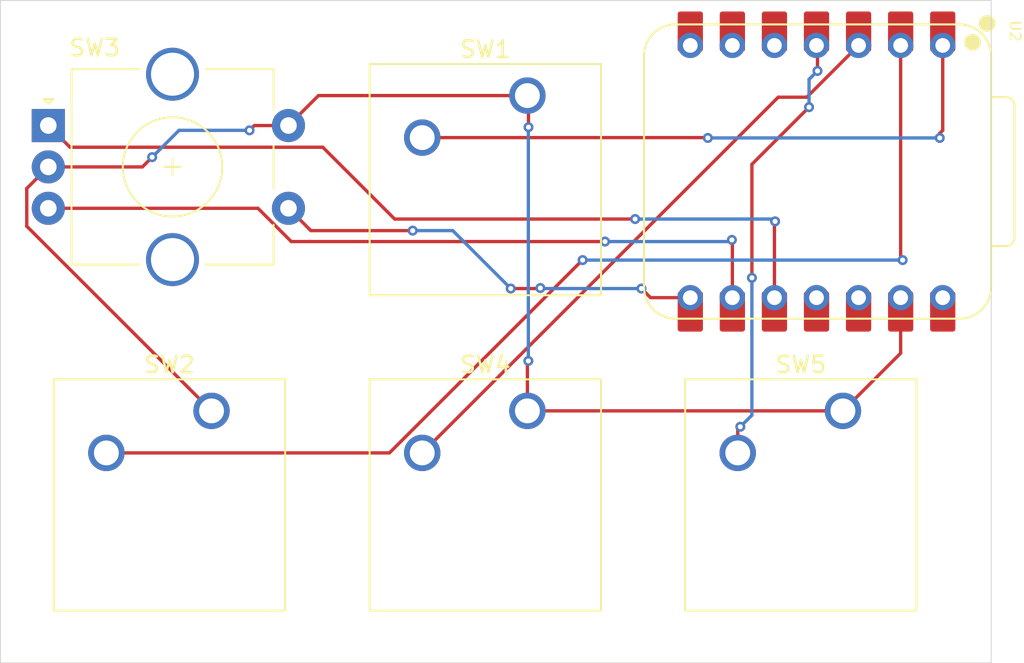
<source format=kicad_pcb>
(kicad_pcb (version 20241229) (generator "pcbnew") (generator_version "9.0")
  (layers (0 "F.Cu" signal) (2 "B.Cu" signal) (13 "F.Paste" user) (15 "B.Paste" user) (5 "F.SilkS" user "F.Silkscreen") (7 "B.SilkS" user "B.Silkscreen") (1 "F.Mask" user) (3 "B.Mask" user) (25 "Edge.Cuts" user))
  (net 0 "")
  (net 1 "+5V")
  (net 2 "GND")
  (net 3 "Net-(U2-GPIO1{slash}RX)")
  (net 4 "Net-(U2-GPIO2{slash}SCK)")
  (net 5 "Net-(U2-GPIO4{slash}MISO)")
  (net 6 "Net-(U2-GPIO26{slash}ADC0{slash}A0)")
  (net 8 "Net-(U2-GPIO27{slash}ADC1{slash}A1)")
  (net 9 "Net-(U2-GPIO28{slash}ADC2{slash}A2)")
  (net 11 "Net-(U2-GPIO29{slash}ADC3{slash}A3)")
  (footprint "Button_Switch_Keyboard:SW_Cherry_MX_1.00u_PCB" (layer "F.Cu") (at 128.665 75.85)
    (property "Reference" "SW4" (at -2.54 -2.794 0) (layer "F.SilkS"))
    (property "Value" "SW_Push")
    (fp_line (start -9.525 -1.905) (end 4.445 -1.905) (stroke (width 0.12)) (layer "F.SilkS"))
    (fp_line (start -9.525 12.065) (end -9.525 -1.905) (stroke (width 0.12)) (layer "F.SilkS"))
    (fp_line (start 4.445 -1.905) (end 4.445 12.065) (stroke (width 0.12)) (layer "F.SilkS"))
    (fp_line (start 4.445 12.065) (end -9.525 12.065) (stroke (width 0.12)) (layer "F.SilkS"))
    (pad "" np_thru_hole circle (at -7.62 5.08) (size 1.7 1.7) (drill 1.7) (layers "*.Cu" "*.Mask"))
    (pad "" np_thru_hole circle (at -2.54 5.08) (size 4 4) (drill 4) (layers "*.Cu" "*.Mask"))
    (pad "" np_thru_hole circle (at 2.54 5.08) (size 1.7 1.7) (drill 1.7) (layers "*.Cu" "*.Mask"))
    (pad "1" thru_hole circle (at 0 0) (size 2.2 2.2) (drill 1.5) (layers "*.Cu" "*.Mask") (net 2 "GND"))
    (pad "2" thru_hole circle (at -6.35 2.54) (size 2.2 2.2) (drill 1.5) (layers "*.Cu" "*.Mask") (net 9 "Net-(U2-GPIO28{slash}ADC2{slash}A2)"))
  )
  (footprint "Button_Switch_Keyboard:SW_Cherry_MX_1.00u_PCB" (layer "F.Cu") (at 128.665 56.8)
    (property "Reference" "SW1" (at -2.54 -2.794 0) (layer "F.SilkS"))
    (property "Value" "SW_Push")
    (fp_line (start -9.525 -1.905) (end 4.445 -1.905) (stroke (width 0.12)) (layer "F.SilkS"))
    (fp_line (start -9.525 12.065) (end -9.525 -1.905) (stroke (width 0.12)) (layer "F.SilkS"))
    (fp_line (start 4.445 -1.905) (end 4.445 12.065) (stroke (width 0.12)) (layer "F.SilkS"))
    (fp_line (start 4.445 12.065) (end -9.525 12.065) (stroke (width 0.12)) (layer "F.SilkS"))
    (pad "" np_thru_hole circle (at -7.62 5.08) (size 1.7 1.7) (drill 1.7) (layers "*.Cu" "*.Mask"))
    (pad "" np_thru_hole circle (at -2.54 5.08) (size 4 4) (drill 4) (layers "*.Cu" "*.Mask"))
    (pad "" np_thru_hole circle (at 2.54 5.08) (size 1.7 1.7) (drill 1.7) (layers "*.Cu" "*.Mask"))
    (pad "1" thru_hole circle (at 0 0) (size 2.2 2.2) (drill 1.5) (layers "*.Cu" "*.Mask") (net 2 "GND"))
    (pad "2" thru_hole circle (at -6.35 2.54) (size 2.2 2.2) (drill 1.5) (layers "*.Cu" "*.Mask") (net 6 "Net-(U2-GPIO26{slash}ADC0{slash}A0)"))
  )
  (footprint "OPL:XIAO-RP2040-DIP" (layer "F.Cu") (at 146.12 61.39 -90)
    (property "Reference" "U2" (at -8.5 -12 270) (layer "F.SilkS") (effects (font (size 0.635 0.635) (thickness 0.1016))))
    (property "Value" "XIAO-RP2040-DIP")
    (fp_line (start -6.985 10.414) (end 6.985 10.414) (stroke (width 0.127)) (layer "F.SilkS"))
    (fp_line (start -8.89 8.509) (end -8.89 -8.636) (stroke (width 0.127)) (layer "F.SilkS"))
    (fp_line (start 8.89 8.509) (end 8.89 -8.636) (stroke (width 0.127)) (layer "F.SilkS"))
    (fp_line (start -4.495 -10.541) (end -4.491272 -11.451272) (stroke (width 0.127)) (layer "F.SilkS"))
    (fp_line (start 6.985 -10.541) (end -6.985 -10.541) (stroke (width 0.1)) (layer "F.SilkS"))
    (fp_line (start 6.985 -10.541) (end -6.985 -10.541) (stroke (width 0.127)) (layer "F.SilkS"))
    (fp_line (start 4.504 -11.451) (end 4.504 -10.541) (stroke (width 0.127)) (layer "F.SilkS"))
    (fp_line (start -3.991272 -11.951) (end 4.004 -11.951) (stroke (width 0.127)) (layer "F.SilkS"))
    (fp_arc (start -6.985 10.414) (mid -8.332038 9.856038) (end -8.89 8.509) (stroke (width 0.127)) (layer "F.SilkS"))
    (fp_arc (start 8.89 8.509) (mid 8.332038 9.856038) (end 6.985 10.414) (stroke (width 0.127)) (layer "F.SilkS"))
    (fp_arc (start -8.89 -8.636) (mid -8.332038 -9.983038) (end -6.985 -10.541) (stroke (width 0.127)) (layer "F.SilkS"))
    (fp_arc (start 6.985 -10.541) (mid 8.332038 -9.983038) (end 8.89 -8.636) (stroke (width 0.127)) (layer "F.SilkS"))
    (fp_arc (start -4.491272 -11.451272) (mid -4.344728 -11.80464) (end -3.991272 -11.951) (stroke (width 0.127)) (layer "F.SilkS"))
    (fp_arc (start 4.004 -11.951) (mid 4.357553 -11.804553) (end 4.504 -11.451) (stroke (width 0.127)) (layer "F.SilkS"))
    (fp_circle (center -7.807 -9.42) (end -7.807 -9.674) (stroke (width 0.5)) (fill yes) (layer "F.SilkS"))
    (fp_circle (center -8.95 -10.3) (end -8.95 -10.554) (stroke (width 0.5)) (fill yes) (layer "F.SilkS"))
    (pad "1" smd roundrect (at -8.455 -7.62 90) (size 2.432 1.524) (layers "F.Cu" "F.Mask") (roundrect_rratio 0.1) (net 6 "Net-(U2-GPIO26{slash}ADC0{slash}A0)"))
    (pad "1" thru_hole circle (at -7.62 -7.62 90) (size 1.524 1.524) (drill 0.889) (layers "*.Cu" "*.Mask") (net 6 "Net-(U2-GPIO26{slash}ADC0{slash}A0)"))
    (pad "2" smd roundrect (at -8.455 -5.08 90) (size 2.432 1.524) (layers "F.Cu" "F.Mask") (roundrect_rratio 0.1) (net 8 "Net-(U2-GPIO27{slash}ADC1{slash}A1)"))
    (pad "2" thru_hole circle (at -7.62 -5.08 90) (size 1.524 1.524) (drill 0.889) (layers "*.Cu" "*.Mask") (net 8 "Net-(U2-GPIO27{slash}ADC1{slash}A1)"))
    (pad "3" smd roundrect (at -8.455 -2.54 90) (size 2.432 1.524) (layers "F.Cu" "F.Mask") (roundrect_rratio 0.1) (net 9 "Net-(U2-GPIO28{slash}ADC2{slash}A2)"))
    (pad "3" thru_hole circle (at -7.62 -2.54 90) (size 1.524 1.524) (drill 0.889) (layers "*.Cu" "*.Mask") (net 9 "Net-(U2-GPIO28{slash}ADC2{slash}A2)"))
    (pad "4" smd roundrect (at -8.455 0 90) (size 2.432 1.524) (layers "F.Cu" "F.Mask") (roundrect_rratio 0.1) (net 11 "Net-(U2-GPIO29{slash}ADC3{slash}A3)"))
    (pad "4" thru_hole circle (at -7.62 0 90) (size 1.524 1.524) (drill 0.889) (layers "*.Cu" "*.Mask") (net 11 "Net-(U2-GPIO29{slash}ADC3{slash}A3)"))
    (pad "5" smd roundrect (at -8.455 2.54 90) (size 2.432 1.524) (layers "F.Cu" "F.Mask") (roundrect_rratio 0.1))
    (pad "5" thru_hole circle (at -7.62 2.54 90) (size 1.524 1.524) (drill 0.889) (layers "*.Cu" "*.Mask"))
    (pad "6" smd roundrect (at -8.455 5.08 90) (size 2.432 1.524) (layers "F.Cu" "F.Mask") (roundrect_rratio 0.1))
    (pad "6" thru_hole circle (at -7.62 5.08 90) (size 1.524 1.524) (drill 0.889) (layers "*.Cu" "*.Mask"))
    (pad "7" smd roundrect (at -8.455 7.62 90) (size 2.432 1.524) (layers "F.Cu" "F.Mask") (roundrect_rratio 0.1))
    (pad "7" thru_hole circle (at -7.62 7.62 90) (size 1.524 1.524) (drill 0.889) (layers "*.Cu" "*.Mask"))
    (pad "8" thru_hole circle (at 7.62 7.62 270) (size 1.524 1.524) (drill 0.889) (layers "*.Cu" "*.Mask") (net 3 "Net-(U2-GPIO1{slash}RX)"))
    (pad "8" smd roundrect (at 8.455 7.62 270) (size 2.432 1.524) (layers "F.Cu" "F.Mask") (roundrect_rratio 0.1) (net 3 "Net-(U2-GPIO1{slash}RX)"))
    (pad "9" thru_hole circle (at 7.62 5.08 270) (size 1.524 1.524) (drill 0.889) (layers "*.Cu" "*.Mask") (net 4 "Net-(U2-GPIO2{slash}SCK)"))
    (pad "9" smd roundrect (at 8.455 5.08 270) (size 2.432 1.524) (layers "F.Cu" "F.Mask") (roundrect_rratio 0.1) (net 4 "Net-(U2-GPIO2{slash}SCK)"))
    (pad "10" thru_hole circle (at 7.62 2.54 270) (size 1.524 1.524) (drill 0.889) (layers "*.Cu" "*.Mask") (net 5 "Net-(U2-GPIO4{slash}MISO)"))
    (pad "10" smd roundrect (at 8.455 2.54 270) (size 2.432 1.524) (layers "F.Cu" "F.Mask") (roundrect_rratio 0.1) (net 5 "Net-(U2-GPIO4{slash}MISO)"))
    (pad "11" thru_hole circle (at 7.62 0 270) (size 1.524 1.524) (drill 0.889) (layers "*.Cu" "*.Mask"))
    (pad "11" smd roundrect (at 8.455 0 270) (size 2.432 1.524) (layers "F.Cu" "F.Mask") (roundrect_rratio 0.1))
    (pad "12" thru_hole circle (at 7.62 -2.54 270) (size 1.524 1.524) (drill 0.889) (layers "*.Cu" "*.Mask"))
    (pad "12" smd roundrect (at 8.455 -2.54 270) (size 2.432 1.524) (layers "F.Cu" "F.Mask") (roundrect_rratio 0.1))
    (pad "13" thru_hole circle (at 7.62 -5.08 270) (size 1.524 1.524) (drill 0.889) (layers "*.Cu" "*.Mask") (net 2 "GND"))
    (pad "13" smd roundrect (at 8.455 -5.08 270) (size 2.432 1.524) (layers "F.Cu" "F.Mask") (roundrect_rratio 0.1) (net 2 "GND"))
    (pad "14" thru_hole circle (at 7.62 -7.62 270) (size 1.524 1.524) (drill 0.889) (layers "*.Cu" "*.Mask") (net 1 "+5V"))
    (pad "14" smd roundrect (at 8.455 -7.62 270) (size 2.432 1.524) (layers "F.Cu" "F.Mask") (roundrect_rratio 0.1) (net 1 "+5V"))
  )
  (footprint "Button_Switch_Keyboard:SW_Cherry_MX_1.00u_PCB" (layer "F.Cu") (at 147.715 75.85)
    (property "Reference" "SW5" (at -2.54 -2.794 0) (layer "F.SilkS"))
    (property "Value" "SW_Push")
    (fp_line (start -9.525 -1.905) (end 4.445 -1.905) (stroke (width 0.12)) (layer "F.SilkS"))
    (fp_line (start -9.525 12.065) (end -9.525 -1.905) (stroke (width 0.12)) (layer "F.SilkS"))
    (fp_line (start 4.445 -1.905) (end 4.445 12.065) (stroke (width 0.12)) (layer "F.SilkS"))
    (fp_line (start 4.445 12.065) (end -9.525 12.065) (stroke (width 0.12)) (layer "F.SilkS"))
    (pad "" np_thru_hole circle (at -7.62 5.08) (size 1.7 1.7) (drill 1.7) (layers "*.Cu" "*.Mask"))
    (pad "" np_thru_hole circle (at -2.54 5.08) (size 4 4) (drill 4) (layers "*.Cu" "*.Mask"))
    (pad "" np_thru_hole circle (at 2.54 5.08) (size 1.7 1.7) (drill 1.7) (layers "*.Cu" "*.Mask"))
    (pad "1" thru_hole circle (at 0 0) (size 2.2 2.2) (drill 1.5) (layers "*.Cu" "*.Mask") (net 2 "GND"))
    (pad "2" thru_hole circle (at -6.35 2.54) (size 2.2 2.2) (drill 1.5) (layers "*.Cu" "*.Mask") (net 11 "Net-(U2-GPIO29{slash}ADC3{slash}A3)"))
  )
  (footprint "Button_Switch_Keyboard:SW_Cherry_MX_1.00u_PCB" (layer "F.Cu") (at 109.595 75.85)
    (property "Reference" "SW2" (at -2.54 -2.794 0) (layer "F.SilkS"))
    (property "Value" "SW_Push")
    (fp_line (start -9.525 -1.905) (end 4.445 -1.905) (stroke (width 0.12)) (layer "F.SilkS"))
    (fp_line (start -9.525 12.065) (end -9.525 -1.905) (stroke (width 0.12)) (layer "F.SilkS"))
    (fp_line (start 4.445 -1.905) (end 4.445 12.065) (stroke (width 0.12)) (layer "F.SilkS"))
    (fp_line (start 4.445 12.065) (end -9.525 12.065) (stroke (width 0.12)) (layer "F.SilkS"))
    (pad "" np_thru_hole circle (at -7.62 5.08) (size 1.7 1.7) (drill 1.7) (layers "*.Cu" "*.Mask"))
    (pad "" np_thru_hole circle (at -2.54 5.08) (size 4 4) (drill 4) (layers "*.Cu" "*.Mask"))
    (pad "" np_thru_hole circle (at 2.54 5.08) (size 1.7 1.7) (drill 1.7) (layers "*.Cu" "*.Mask"))
    (pad "1" thru_hole circle (at 0 0) (size 2.2 2.2) (drill 1.5) (layers "*.Cu" "*.Mask") (net 2 "GND"))
    (pad "2" thru_hole circle (at -6.35 2.54) (size 2.2 2.2) (drill 1.5) (layers "*.Cu" "*.Mask") (net 8 "Net-(U2-GPIO27{slash}ADC1{slash}A1)"))
  )
  (footprint "Rotary_Encoder:RotaryEncoder_Alps_EC11E-Switch_Vertical_H20mm_CircularMountingHoles" (layer "F.Cu") (at 99.74 58.61)
    (property "Reference" "SW3" (at 2.8 -4.7 0) (layer "F.SilkS"))
    (property "Value" "RotaryEncoder_Switch")
    (fp_line (start -0.3 -1.6) (end 0.3 -1.6) (stroke (width 0.12)) (layer "F.SilkS"))
    (fp_line (start 0 -1.3) (end -0.3 -1.6) (stroke (width 0.12)) (layer "F.SilkS"))
    (fp_line (start 0.3 -1.6) (end 0 -1.3) (stroke (width 0.12)) (layer "F.SilkS"))
    (fp_line (start 1.4 -3.4) (end 1.4 8.4) (stroke (width 0.12)) (layer "F.SilkS"))
    (fp_line (start 5.5 -3.4) (end 1.4 -3.4) (stroke (width 0.12)) (layer "F.SilkS"))
    (fp_line (start 5.5 8.4) (end 1.4 8.4) (stroke (width 0.12)) (layer "F.SilkS"))
    (fp_line (start 7 2.5) (end 8 2.5) (stroke (width 0.12)) (layer "F.SilkS"))
    (fp_line (start 7.5 2) (end 7.5 3) (stroke (width 0.12)) (layer "F.SilkS"))
    (fp_line (start 9.5 -3.4) (end 13.6 -3.4) (stroke (width 0.12)) (layer "F.SilkS"))
    (fp_line (start 13.6 -3.4) (end 13.6 -1) (stroke (width 0.12)) (layer "F.SilkS"))
    (fp_line (start 13.6 1.2) (end 13.6 3.8) (stroke (width 0.12)) (layer "F.SilkS"))
    (fp_line (start 13.6 6) (end 13.6 8.4) (stroke (width 0.12)) (layer "F.SilkS"))
    (fp_line (start 13.6 8.4) (end 9.5 8.4) (stroke (width 0.12)) (layer "F.SilkS"))
    (fp_circle (center 7.5 2.5) (end 10.5 2.5) (stroke (width 0.12)) (fill no) (layer "F.SilkS"))
    (pad "A" thru_hole rect (at 0 0) (size 2 2) (drill 1) (layers "*.Cu" "*.Mask") (net 5 "Net-(U2-GPIO4{slash}MISO)"))
    (pad "B" thru_hole circle (at 0 5) (size 2 2) (drill 1) (layers "*.Cu" "*.Mask") (net 4 "Net-(U2-GPIO2{slash}SCK)"))
    (pad "C" thru_hole circle (at 0 2.5) (size 2 2) (drill 1) (layers "*.Cu" "*.Mask") (net 2 "GND"))
    (pad "MP" thru_hole circle (at 7.5 -3.1) (size 3.2 3.2) (drill 2.6) (layers "*.Cu" "*.Mask"))
    (pad "MP" thru_hole circle (at 7.5 8.1) (size 3.2 3.2) (drill 2.6) (layers "*.Cu" "*.Mask"))
    (pad "S1" thru_hole circle (at 14.5 5) (size 2 2) (drill 1) (layers "*.Cu" "*.Mask") (net 3 "Net-(U2-GPIO1{slash}RX)"))
    (pad "S2" thru_hole circle (at 14.5 0) (size 2 2) (drill 1) (layers "*.Cu" "*.Mask") (net 2 "GND"))
  )
  (gr_rect (start 96.8485 51.05) (end 156.6685 91.075) (stroke (width 0.05)) (fill no) (layer "Edge.Cuts"))
  (segment (start 128.665 56.8) (end 128.92 56.8) (width 0.2) (layer "F.Cu") (net 2))
  (segment (start 128.665 75.85) (end 147.715 75.85) (width 0.2) (layer "F.Cu") (net 2))
  (segment (start 128.665 72.88853) (end 128.721765 72.831765) (width 0.2) (layer "F.Cu") (net 2))
  (segment (start 147.715 75.85) (end 151.2 72.365) (width 0.2) (layer "F.Cu") (net 2))
  (segment (start 116.05 56.8) (end 128.665 56.8) (width 0.2) (layer "F.Cu") (net 2))
  (segment (start 128.92 56.8) (end 129.11 56.61) (width 0.2) (layer "F.Cu") (net 2))
  (segment (start 128.665 75.85) (end 128.665 72.88853) (width 0.2) (layer "F.Cu") (net 2))
  (segment (start 112.18 58.61) (end 114.24 58.61) (width 0.2) (layer "F.Cu") (net 2))
  (segment (start 99.74 61.11) (end 105.420314 61.11) (width 0.2) (layer "F.Cu") (net 2))
  (segment (start 128.73 56.865) (end 128.665 56.8) (width 0.2) (layer "F.Cu") (net 2))
  (segment (start 98.439 62.411) (end 99.74 61.11) (width 0.2) (layer "F.Cu") (net 2))
  (segment (start 111.89 58.9) (end 112.18 58.61) (width 0.2) (layer "F.Cu") (net 2))
  (segment (start 128.73 58.71) (end 128.73 56.865) (width 0.2) (layer "F.Cu") (net 2))
  (segment (start 114.24 58.61) (end 116.05 56.8) (width 0.2) (layer "F.Cu") (net 2))
  (segment (start 105.420314 61.11) (end 106.01 60.520314) (width 0.2) (layer "F.Cu") (net 2))
  (segment (start 109.595 75.85) (end 98.439 64.694) (width 0.2) (layer "F.Cu") (net 2))
  (segment (start 151.2 72.365) (end 151.2 69.01) (width 0.2) (layer "F.Cu") (net 2))
  (segment (start 98.439 64.694) (end 98.439 62.411) (width 0.2) (layer "F.Cu") (net 2))
  (via (at 128.73 58.71) (size 0.6) (drill 0.3) (layers "F.Cu" "B.Cu") (net 2))
  (via (at 111.89 58.9) (size 0.6) (drill 0.3) (layers "F.Cu" "B.Cu") (net 2))
  (via (at 106.01 60.520314) (size 0.6) (drill 0.3) (layers "F.Cu" "B.Cu") (net 2))
  (via (at 128.721765 72.831765) (size 0.6) (drill 0.3) (layers "F.Cu" "B.Cu") (net 2))
  (segment (start 106.01 60.520314) (end 107.630314 58.9) (width 0.2) (layer "B.Cu") (net 2))
  (segment (start 128.721765 72.831765) (end 128.721765 58.718235) (width 0.2) (layer "B.Cu") (net 2))
  (segment (start 107.630314 58.9) (end 111.89 58.9) (width 0.2) (layer "B.Cu") (net 2))
  (segment (start 128.721765 58.718235) (end 128.73 58.71) (width 0.2) (layer "B.Cu") (net 2))
  (segment (start 114.24 63.61) (end 114.43 63.61) (width 0.2) (layer "F.Cu") (net 3))
  (segment (start 129.415156 68.46) (end 129.447578 68.427578) (width 0.2) (layer "F.Cu") (net 3))
  (segment (start 136.1 69.01) (end 138.5 69.01) (width 0.2) (layer "F.Cu") (net 3))
  (segment (start 127.66 68.46) (end 129.415156 68.46) (width 0.2) (layer "F.Cu") (net 3))
  (segment (start 115.59 64.96) (end 121.74 64.96) (width 0.2) (layer "F.Cu") (net 3))
  (segment (start 114.43 63.61) (end 114.72 63.9) (width 0.2) (layer "F.Cu") (net 3))
  (segment (start 135.55 68.46) (end 136.1 69.01) (width 0.2) (layer "F.Cu") (net 3))
  (segment (start 114.24 63.61) (end 115.59 64.96) (width 0.2) (layer "F.Cu") (net 3))
  (via (at 129.447578 68.427578) (size 0.6) (drill 0.3) (layers "F.Cu" "B.Cu") (net 3))
  (via (at 135.55 68.46) (size 0.6) (drill 0.3) (layers "F.Cu" "B.Cu") (net 3))
  (via (at 121.74 64.96) (size 0.6) (drill 0.3) (layers "F.Cu" "B.Cu") (net 3))
  (via (at 127.66 68.46) (size 0.6) (drill 0.3) (layers "F.Cu" "B.Cu") (net 3))
  (segment (start 129.447578 68.427578) (end 129.48 68.46) (width 0.2) (layer "B.Cu") (net 3))
  (segment (start 129.48 68.46) (end 135.55 68.46) (width 0.2) (layer "B.Cu") (net 3))
  (segment (start 124.16 64.96) (end 127.66 68.46) (width 0.2) (layer "B.Cu") (net 3))
  (segment (start 121.74 64.96) (end 124.16 64.96) (width 0.2) (layer "B.Cu") (net 3))
  (segment (start 141.04 65.55) (end 141.04 69.01) (width 0.2) (layer "F.Cu") (net 4))
  (segment (start 99.74 63.61) (end 112.400108 63.61) (width 0.2) (layer "F.Cu") (net 4))
  (segment (start 112.400108 63.61) (end 114.410108 65.62) (width 0.2) (layer "F.Cu") (net 4))
  (segment (start 114.410108 65.62) (end 133.35 65.62) (width 0.2) (layer "F.Cu") (net 4))
  (segment (start 141.01 65.52) (end 141.04 65.55) (width 0.2) (layer "F.Cu") (net 4))
  (via (at 133.35 65.62) (size 0.6) (drill 0.3) (layers "F.Cu" "B.Cu") (net 4))
  (via (at 141.01 65.52) (size 0.6) (drill 0.3) (layers "F.Cu" "B.Cu") (net 4))
  (segment (start 140.91 65.62) (end 141.01 65.52) (width 0.2) (layer "B.Cu") (net 4))
  (segment (start 133.35 65.62) (end 140.91 65.62) (width 0.2) (layer "B.Cu") (net 4))
  (segment (start 101.050314 59.920314) (end 116.312422 59.920314) (width 0.2) (layer "F.Cu") (net 5))
  (segment (start 143.58 64.44) (end 143.58 69.01) (width 0.2) (layer "F.Cu") (net 5))
  (segment (start 99.74 58.61) (end 101.050314 59.920314) (width 0.2) (layer "F.Cu") (net 5))
  (segment (start 116.312422 59.920314) (end 120.652108 64.26) (width 0.2) (layer "F.Cu") (net 5))
  (segment (start 120.652108 64.26) (end 135.17 64.26) (width 0.2) (layer "F.Cu") (net 5))
  (segment (start 143.62 64.4) (end 143.58 64.44) (width 0.2) (layer "F.Cu") (net 5))
  (via (at 143.62 64.4) (size 0.6) (drill 0.3) (layers "F.Cu" "B.Cu") (net 5))
  (via (at 135.17 64.26) (size 0.6) (drill 0.3) (layers "F.Cu" "B.Cu") (net 5))
  (segment (start 135.17 64.26) (end 143.48 64.26) (width 0.2) (layer "B.Cu") (net 5))
  (segment (start 143.48 64.26) (end 143.62 64.4) (width 0.2) (layer "B.Cu") (net 5))
  (segment (start 122.315 59.34) (end 139.54 59.34) (width 0.2) (layer "F.Cu") (net 6))
  (segment (start 153.74 58.9) (end 153.74 53.77) (width 0.2) (layer "F.Cu") (net 6))
  (segment (start 153.56 59.08) (end 153.74 58.9) (width 0.2) (layer "F.Cu") (net 6))
  (segment (start 139.54 59.34) (end 139.56 59.36) (width 0.2) (layer "F.Cu") (net 6))
  (segment (start 153.56 59.36) (end 153.56 59.08) (width 0.2) (layer "F.Cu") (net 6))
  (via (at 153.56 59.36) (size 0.6) (drill 0.3) (layers "F.Cu" "B.Cu") (net 6))
  (via (at 139.56 59.36) (size 0.6) (drill 0.3) (layers "F.Cu" "B.Cu") (net 6))
  (segment (start 139.56 59.36) (end 153.56 59.36) (width 0.2) (layer "B.Cu") (net 6))
  (segment (start 103.245 78.39) (end 120.333686 78.39) (width 0.2) (layer "F.Cu") (net 8))
  (segment (start 151.32 66.74) (end 151.2 66.62) (width 0.2) (layer "F.Cu") (net 8))
  (segment (start 131.983686 66.74) (end 132 66.74) (width 0.2) (layer "F.Cu") (net 8))
  (segment (start 120.333686 78.39) (end 131.983686 66.74) (width 0.2) (layer "F.Cu") (net 8))
  (segment (start 151.2 66.62) (end 151.2 53.77) (width 0.2) (layer "F.Cu") (net 8))
  (via (at 132 66.74) (size 0.6) (drill 0.3) (layers "F.Cu" "B.Cu") (net 8))
  (via (at 151.32 66.74) (size 0.6) (drill 0.3) (layers "F.Cu" "B.Cu") (net 8))
  (segment (start 132 66.74) (end 151.32 66.74) (width 0.2) (layer "B.Cu") (net 8))
  (segment (start 145.531 56.899) (end 148.66 53.77) (width 0.2) (layer "F.Cu") (net 9))
  (segment (start 122.315 78.39) (end 143.806 56.899) (width 0.2) (layer "F.Cu") (net 9))
  (segment (start 143.806 56.899) (end 145.531 56.899) (width 0.2) (layer "F.Cu") (net 9))
  (segment (start 141.365 76.965) (end 141.52 76.81) (width 0.2) (layer "F.Cu") (net 11))
  (segment (start 141.365 78.39) (end 141.365 76.965) (width 0.2) (layer "F.Cu") (net 11))
  (segment (start 142.22 60.95) (end 145.67 57.5) (width 0.2) (layer "F.Cu") (net 11))
  (segment (start 142.22 67.81) (end 142.22 60.95) (width 0.2) (layer "F.Cu") (net 11))
  (segment (start 146.18 53.83) (end 146.12 53.77) (width 0.2) (layer "F.Cu") (net 11))
  (segment (start 146.18 55.31) (end 146.18 53.83) (width 0.2) (layer "F.Cu") (net 11))
  (via (at 141.52 76.81) (size 0.6) (drill 0.3) (layers "F.Cu" "B.Cu") (net 11))
  (via (at 146.18 55.31) (size 0.6) (drill 0.3) (layers "F.Cu" "B.Cu") (net 11))
  (via (at 142.22 67.81) (size 0.6) (drill 0.3) (layers "F.Cu" "B.Cu") (net 11))
  (via (at 145.67 57.5) (size 0.6) (drill 0.3) (layers "F.Cu" "B.Cu") (net 11))
  (segment (start 145.67 57.5) (end 145.67 55.82) (width 0.2) (layer "B.Cu") (net 11))
  (segment (start 141.52 76.81) (end 142.22 76.11) (width 0.2) (layer "B.Cu") (net 11))
  (segment (start 145.67 55.82) (end 146.18 55.31) (width 0.2) (layer "B.Cu") (net 11))
  (segment (start 142.22 76.11) (end 142.22 67.81) (width 0.2) (layer "B.Cu") (net 11))
)
</source>
